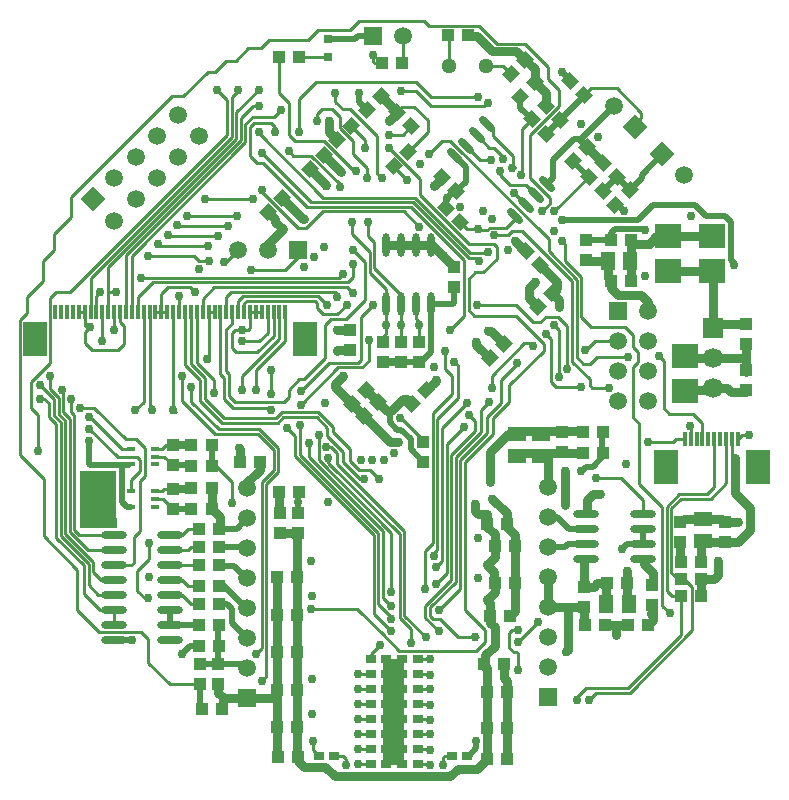
<source format=gbr>
%FSDAX24Y24*%
%MOIN*%
%SFA1B1*%

%IPPOS*%
%AMD13*
4,1,4,0.006900,-0.023600,0.023600,-0.006900,-0.006900,0.023600,-0.023600,0.006900,0.006900,-0.023600,0.0*
1,1,0.023600,0.015300,-0.015300*
1,1,0.023600,-0.015300,0.015300*
%
%AMD17*
4,1,4,-0.001300,0.029200,-0.029200,0.001300,0.001300,-0.029200,0.029200,-0.001300,-0.001300,0.029200,0.0*
%
%AMD18*
4,1,4,0.029200,0.001300,0.001300,0.029200,-0.029200,-0.001300,-0.001300,-0.029200,0.029200,0.001300,0.0*
%
%AMD36*
4,1,4,-0.041700,0.000000,0.000000,-0.041700,0.041700,0.000000,0.000000,0.041700,-0.041700,0.000000,0.0*
%
%AMD42*
4,1,4,0.000000,-0.041700,0.041700,0.000000,0.000000,0.041700,-0.041700,0.000000,0.000000,-0.041700,0.0*
%
%ADD10R,0.039400X0.043300*%
%ADD11R,0.043300X0.039400*%
%ADD12R,0.031500X0.031500*%
G04~CAMADD=13~3~0.0~0.0~236.0~669.0~0.0~0.0~0~0.0~0.0~0.0~0.0~0~0.0~0.0~0.0~0.0~0~0.0~0.0~0.0~225.0~540.0~540.0*
%ADD13D13*%
%ADD14O,0.023600X0.078700*%
%ADD15O,0.086600X0.023600*%
%ADD16R,0.027600X0.015700*%
G04~CAMADD=17~9~0.0~0.0~394.0~433.0~0.0~0.0~0~0.0~0.0~0.0~0.0~0~0.0~0.0~0.0~0.0~0~0.0~0.0~0.0~45.0~584.0~583.0*
%ADD17D17*%
G04~CAMADD=18~9~0.0~0.0~394.0~433.0~0.0~0.0~0~0.0~0.0~0.0~0.0~0~0.0~0.0~0.0~0.0~0~0.0~0.0~0.0~315.0~584.0~583.0*
%ADD18D18*%
%ADD19R,0.035400X0.027600*%
%ADD20R,0.059100X0.059100*%
%ADD21C,0.059100*%
%ADD22R,0.011800X0.049200*%
%ADD23R,0.013800X0.049200*%
%ADD24R,0.086600X0.078700*%
%ADD25R,0.051200X0.059100*%
%ADD26R,0.059100X0.051200*%
%ADD27C,0.010000*%
%ADD28C,0.030000*%
%ADD29C,0.020000*%
%ADD30R,0.078700X0.118100*%
%ADD31R,0.051400X0.353600*%
%ADD32R,0.121000X0.075000*%
%ADD33R,0.121000X0.130000*%
%ADD34R,0.122000X0.038000*%
%ADD35C,0.059100*%
G04~CAMADD=36~10~0.0~590.4~0.0~0.0~0.0~0.0~0~0.0~0.0~0.0~0.0~0~0.0~0.0~0.0~0.0~0~0.0~0.0~0.0~135.0~590.4~0.0*
%ADD36D36*%
%ADD37C,0.051200*%
%ADD38R,0.059100X0.059100*%
%ADD39R,0.059100X0.059100*%
%ADD40R,0.066900X0.066900*%
%ADD41C,0.066900*%
G04~CAMADD=42~10~0.0~590.4~0.0~0.0~0.0~0.0~0~0.0~0.0~0.0~0.0~0~0.0~0.0~0.0~0.0~0~0.0~0.0~0.0~225.0~590.4~0.0*
%ADD42D42*%
%ADD43C,0.030000*%
%LNde-020717_copper_signal_top-1*%
%LPD*%
G54D10*
X019450Y018435D03*
Y017765D03*
X019400Y006200D03*
Y006869D03*
X009250Y008665D03*
Y009335D03*
X013900Y015035D03*
Y014365D03*
X021650Y006935D03*
Y006265D03*
X006600Y004300D03*
Y003631D03*
X012700Y014365D03*
Y015035D03*
X013300Y014365D03*
Y015035D03*
X024800Y014105D03*
Y013435D03*
Y014965D03*
Y015635D03*
X015070Y017545D03*
Y016875D03*
X024100Y009028D03*
Y008359D03*
X022600Y009028D03*
Y008359D03*
X005690Y010145D03*
Y009475D03*
X007200Y003631D03*
Y004300D03*
X005690Y011595D03*
Y010925D03*
X014040Y011045D03*
Y011715D03*
X009850Y009335D03*
Y008665D03*
X011600Y015435D03*
Y014765D03*
X018650Y011365D03*
Y012035D03*
G54D11*
X023280Y007722D03*
X022610D03*
X020035Y012050D03*
X019365D03*
X020855Y005610D03*
X021525D03*
X006975Y010160D03*
X006305D03*
Y009460D03*
X006975D03*
X006565Y004900D03*
X007235D03*
X007215Y005600D03*
X006545D03*
X007235Y006300D03*
X006565D03*
X007235Y006900D03*
X006565D03*
X006975Y011610D03*
X006305D03*
X007235Y007600D03*
X006565D03*
X007235Y008200D03*
X006565D03*
X007235Y008800D03*
X006565D03*
X009215Y024550D03*
X009885D03*
X006305Y010910D03*
X006975D03*
X013335Y024350D03*
X012665D03*
X023305Y006560D03*
X022635D03*
X023305Y007140D03*
X022635D03*
X020963Y018454D03*
X020294D03*
X020963Y017060D03*
X020294D03*
X020085Y005600D03*
X019415D03*
X020835Y007000D03*
X020165D03*
X007335Y002800D03*
X006665D03*
X007915Y011050D03*
X008585D03*
X015525Y025260D03*
X014855D03*
X009185Y001220D03*
X009855D03*
X009165Y002200D03*
X009835D03*
X009165Y003450D03*
X009835D03*
X009165Y004700D03*
X009835D03*
X009165Y005950D03*
X009835D03*
X009165Y007200D03*
X009835D03*
X016835Y008974D03*
X016165D03*
X017085Y008250D03*
X016415D03*
X017085Y007000D03*
X016415D03*
X019365Y011350D03*
X020035D03*
X016935Y005920D03*
X016265D03*
X016735Y004300D03*
X016065D03*
X016835Y003379D03*
X016165D03*
X016835Y002164D03*
X016165D03*
X016835Y001150D03*
X016165D03*
X009885Y010050D03*
X009215D03*
G54D12*
X010850Y025145D03*
Y024555D03*
G54D13*
X017093Y019243D03*
X017446Y019596D03*
X017800Y019950D03*
X018154Y020304D03*
X015102Y021233D03*
X015456Y021587D03*
X015810Y021940D03*
X016163Y022294D03*
G54D14*
X012791Y016316D03*
X013291D03*
X013791D03*
X014291D03*
X012791Y018284D03*
X013291D03*
X013791D03*
X014291D03*
G54D15*
X019460Y009300D03*
Y008800D03*
Y008300D03*
Y007800D03*
X021350Y009300D03*
Y008800D03*
Y008300D03*
Y007800D03*
X005600Y005100D03*
Y005600D03*
Y006100D03*
Y006600D03*
Y007100D03*
Y007600D03*
Y008100D03*
Y008600D03*
X003710Y005100D03*
Y005600D03*
Y006100D03*
Y006600D03*
Y007100D03*
Y007600D03*
Y008100D03*
Y008600D03*
G54D16*
X005094Y009554D03*
Y009810D03*
Y010066D03*
X004286D03*
Y009554D03*
X005094Y010964D03*
Y011220D03*
Y011476D03*
X004286D03*
Y010964D03*
G54D17*
X018120Y021991D03*
X017647Y022464D03*
X019387Y023263D03*
X018913Y023737D03*
X020029Y020082D03*
X019556Y020555D03*
X013163Y022707D03*
X013637Y022233D03*
X015137Y020063D03*
X014663Y020537D03*
X018107Y022924D03*
X018580Y022450D03*
X020016Y021014D03*
X020489Y020541D03*
X017937Y017613D03*
X017463Y018087D03*
X015267Y019033D03*
X014793Y019507D03*
G54D18*
X020440Y019622D03*
X020913Y020095D03*
X011163Y021763D03*
X011637Y022237D03*
X017747Y023697D03*
X017273Y023223D03*
X019487Y021537D03*
X019013Y021063D03*
X017437Y024437D03*
X016963Y023963D03*
X016737Y014967D03*
X016263Y014493D03*
X013663Y012963D03*
X014137Y013437D03*
X012537Y013037D03*
X012063Y012563D03*
X012117Y013457D03*
X011643Y012983D03*
X018323Y016673D03*
X017850Y016200D03*
X012163Y022763D03*
X012637Y023237D03*
X010263Y020813D03*
X010737Y021287D03*
X008863Y019363D03*
X009337Y019837D03*
X013043Y020903D03*
X013517Y021377D03*
G54D19*
X012278Y004480D03*
X012790D03*
X013846D03*
X013334D03*
X012278Y003960D03*
X012790D03*
X012278Y003460D03*
X012790D03*
X012278Y002960D03*
X012790D03*
X012278Y002460D03*
X012790D03*
X012278Y001960D03*
X012790D03*
X012278Y001460D03*
X012790D03*
X012278Y000960D03*
X012790D03*
X011056Y001250D03*
X010544D03*
X014994D03*
X015506D03*
X013846Y000960D03*
X013334D03*
X013846Y001460D03*
X013334D03*
X013846Y001960D03*
X013334D03*
X013846Y002460D03*
X013334D03*
X013846Y002960D03*
X013334D03*
X013846Y003460D03*
X013334D03*
X013846Y003960D03*
X013334D03*
G54D20*
X009850Y018100D03*
G54D21*
X008850Y018100D03*
X007850D03*
G54D22*
X009437Y016050D03*
X009240D03*
X009043D03*
X008847D03*
X008650D03*
X008453D03*
X008256D03*
X008059D03*
X007862D03*
X007666D03*
X007469D03*
X007272D03*
X007075D03*
X006878D03*
X006681D03*
X006484D03*
X006288D03*
X006091D03*
X005894D03*
X005697D03*
X005500D03*
X005303D03*
X005106D03*
X004910D03*
X004713D03*
X004516D03*
X004319D03*
X004122D03*
X003925D03*
X003729D03*
X003532D03*
X003335D03*
X003138D03*
X002941D03*
X002744D03*
X002547D03*
X002351D03*
X002154D03*
X001957D03*
X001760D03*
G54D23*
X022748Y011800D03*
X022945D03*
X023142D03*
X023339D03*
X023536D03*
X023733D03*
X023929D03*
X024126D03*
X024323D03*
X024530D03*
G54D24*
X022750Y013409D03*
Y014591D03*
X023650Y017409D03*
Y018591D03*
X022200Y017409D03*
Y018591D03*
G54D25*
X020176Y017750D03*
X020924D03*
X020126Y006300D03*
X020874D03*
G54D26*
X023345Y008398D03*
Y009146D03*
X017950Y011226D03*
Y011974D03*
X017150Y011226D03*
Y011974D03*
G54D27*
X022988Y005426D02*
Y006862D01*
X020912Y003350D02*
X022988Y005426D01*
X015407Y006113D02*
X016090Y005430D01*
Y005040D02*
Y005430D01*
X015803Y004753D02*
X016090Y005040D01*
X015407Y006113D02*
Y011045D01*
X013233Y004753D02*
X015803D01*
X006860Y024050D02*
X007090D01*
X006040Y023230D02*
X006860Y024050D01*
X005660Y023230D02*
X006040D01*
X016500Y024990D02*
X017410D01*
X015900Y025590D02*
X016500Y024990D01*
X004630Y017170D02*
X004650Y017190D01*
X018650Y018400D02*
X018750Y018300D01*
X009750Y011253D02*
X012380Y008623D01*
X009750Y011253D02*
Y011920D01*
X012380Y005970D02*
Y008623D01*
X009929Y011286D02*
Y012285D01*
Y011286D02*
X012530Y008685D01*
X010210Y011217D02*
Y011690D01*
Y011217D02*
X012680Y008747D01*
X010543Y011097D02*
Y011950D01*
Y011097D02*
X012950Y008689D01*
Y006700D02*
Y008689D01*
X012680Y006520D02*
Y008747D01*
X012530Y006306D02*
Y008685D01*
X007090Y011990D02*
X008508D01*
X006000Y013080D02*
X007090Y011990D01*
X006000Y013080D02*
Y013907D01*
X007210Y012140D02*
X008570D01*
X006300Y013050D02*
X007210Y012140D01*
X006300Y013050D02*
Y013550D01*
X007110Y010910D02*
X007660Y010360D01*
X006975Y010910D02*
X007110D01*
X007660Y009670D02*
Y010360D01*
X014230Y021310D02*
Y021320D01*
X014650Y021740*
X014940*
X018210Y018470*
X015850Y018800D02*
X015860Y018790D01*
X016180*
X016240Y018850*
X016800*
X017124Y019174*
X013300Y012500D02*
X014050Y011750D01*
X009100Y022050D02*
Y022200D01*
X007650Y023200D02*
X007930Y023480D01*
X015760Y017360D02*
X016040D01*
X015900Y017750D02*
Y017826D01*
X012800Y015600D02*
Y016307D01*
Y015300D02*
Y015600D01*
X012700Y015200D02*
X012800Y015300D01*
X006878Y014422D02*
Y016050D01*
X012700Y015035D02*
Y015200D01*
X013900Y015600D02*
D01*
Y015035D02*
Y015600D01*
Y015700D01*
X013791Y015809D02*
X013900Y015700D01*
X013791Y015809D02*
Y016316D01*
X005690Y012720D02*
X005790D01*
X017600Y015000D02*
X017700Y014900D01*
X017124Y019174D02*
X017165D01*
X011530Y017040D02*
X011700Y017210D01*
X015200Y013165D02*
Y014260D01*
X014750Y014150D02*
X015000Y013900D01*
Y013312D02*
Y013900D01*
X014750Y014150D02*
Y014740D01*
X015070Y014390D02*
X015200Y014260D01*
X014230Y002960D02*
X014250Y002940D01*
X011870Y003960D02*
X012308D01*
X013816Y000960D02*
X014240D01*
X013816Y001460D02*
X014240D01*
X013816Y001960D02*
X014250D01*
X013816Y002460D02*
X014240D01*
X013816Y002960D02*
X014230D01*
X013816Y003460D02*
X014250D01*
X013816Y003960D02*
X014240D01*
Y004480D02*
X014250Y004470D01*
X013806Y004480D02*
X014240D01*
X011870Y000960D02*
X012308D01*
X011870Y001460D02*
X012308D01*
X011870Y001960D02*
X012308D01*
X011870Y002460D02*
X012308D01*
X011870Y002960D02*
X012308D01*
X011870Y003460D02*
X012308D01*
X010500Y016165D02*
Y016350D01*
Y016165D02*
X010683Y015983D01*
X010430Y016420D02*
X010500Y016350D01*
X010530Y016570D02*
X010810Y016290D01*
X004430Y012760D02*
X004713Y013043D01*
Y016050*
X004910Y012950D02*
Y016050D01*
Y012950D02*
X004990Y012870D01*
Y012760D02*
Y012870D01*
X008059Y016050D02*
Y016329D01*
X007862Y016050D02*
Y016392D01*
X007469Y016050D02*
Y016549D01*
X004516Y016050D02*
Y016546D01*
X011688Y016670D02*
X011700D01*
X010683Y015983D02*
X011173D01*
X008256Y015506D02*
Y016050D01*
X008453*
X008650*
X006878D02*
X007075D01*
X005106D02*
X005303D01*
X005500*
X005890Y016054D02*
X005894Y016050D01*
X005890Y016054D02*
Y016560D01*
X006681Y016050D02*
Y016491D01*
X005303Y016050D02*
Y016633D01*
X005537Y016867*
X002547Y016050D02*
X002744D01*
X003729Y015450D02*
Y016050D01*
X003335Y015090D02*
Y016050D01*
X003925Y015715D02*
Y016050D01*
Y015715D02*
X004070Y015570D01*
X002744Y015016D02*
X002990Y014770D01*
X013300Y015035D02*
Y015600D01*
X013291Y015609D02*
Y016316D01*
X009885Y024550D02*
X010845D01*
X010850Y024555*
X014890Y024250D02*
Y025276D01*
X005600Y008600D02*
X006000D01*
X006200Y008800*
X006565*
X006300Y008200D02*
X006565D01*
X006200Y008100D02*
X006300Y008200D01*
X005600Y008100D02*
X006200D01*
X005600Y007600D02*
X006565D01*
X005600Y007100D02*
X006000D01*
X006200Y006900*
X006565*
X005600Y006600D02*
X006000D01*
X006300Y006300*
X006565*
X007200Y005565D02*
X007235Y005600D01*
X017110Y019933D02*
X017446Y019596D01*
X015456Y021587D02*
X015923Y021120D01*
X016280*
X017413Y018087D02*
X017463D01*
X012650Y024335D02*
X012665Y024350D01*
X013250Y012500D02*
X013300D01*
X011637Y022237D02*
X012100Y021773D01*
Y021500D02*
Y021773D01*
X005094Y009810D02*
X005355D01*
X005690Y009475*
X005094Y010066D02*
X005316D01*
X005400Y010150*
X005685*
X005690Y010145*
X005094Y011220D02*
X005395D01*
X005690Y010925*
X005094Y011476D02*
X005326D01*
X005450Y011600*
X005695D02*
X005705Y011610D01*
X005450Y011600D02*
X005695D01*
X007469Y016549D02*
X007640Y016720D01*
X005537Y016867D02*
X006253D01*
X006410Y016710*
X008059Y016329D02*
X008150Y016420D01*
X010430*
X007862Y016392D02*
X008040Y016570D01*
X010530*
X010750Y014500D02*
Y015600D01*
X010950Y015800*
X011450*
X014460Y006980D02*
X014807Y007327D01*
X014550Y006100D02*
X015257Y006807D01*
X014450Y007550D02*
X014650Y007750D01*
X012278Y004480D02*
Y004628D01*
X012600Y004950*
X009373Y012543D02*
X009831D01*
X009893Y012693D02*
D01*
X009310D02*
X009893D01*
X012950Y005800D02*
Y005886D01*
X009480Y012190D02*
X009750Y011920D01*
X015810Y021940D02*
X016240Y021510D01*
X016390*
X017110Y019933D02*
X017140Y019963D01*
X017093Y020010D02*
X017140Y019963D01*
X017060Y020010D02*
X017093D01*
X016600Y020600D02*
X016920Y020280D01*
X016617Y013767D02*
X017160Y014310D01*
Y014340*
X016310Y013500D02*
Y013910D01*
X017000Y005450D02*
X017200D01*
X016900Y005350D02*
X017000Y005450D01*
X016900Y004850D02*
Y005350D01*
Y004850D02*
X017050Y004700D01*
X017150*
X017200Y004650*
Y004100D02*
Y004650D01*
Y005050D02*
X017850Y005700D01*
X018300Y013700D02*
X018450Y013550D01*
X016600Y020600D02*
Y020750D01*
X016390Y021510D02*
X016700Y021200D01*
Y021150D02*
Y021200D01*
X016163Y022294D02*
X016350Y022107D01*
X016110Y024250D02*
X016677D01*
X016963Y023963*
X010300Y006150D02*
X011836D01*
X011936Y006050*
X012693Y005293*
X016050Y022900D02*
X016150Y023000D01*
X016200*
X007400Y017700D02*
X007450D01*
X007850Y018100*
X005800Y018900D02*
X005810Y018910D01*
X005250Y018250D02*
X006850D01*
X005500Y018600D02*
X005520Y018580D01*
X007180*
X006150Y019250D02*
X006160Y019240D01*
X007840*
X006750Y019800D02*
X008350D01*
X005810Y018910D02*
X007510D01*
X003250Y006100D02*
X003710D01*
X003200Y006600D02*
X003710D01*
X003300Y007100D02*
X003710D01*
X002725Y006625D02*
X003250Y006100D01*
X002875Y006925D02*
X003200Y006600D01*
X003025Y007375D02*
X003300Y007100D01*
X004122Y016050D02*
Y017934D01*
X009280Y022780D02*
Y022790D01*
X006550Y017750D02*
X006900D01*
X006400Y017900D02*
X006550Y017750D01*
X004800Y017900D02*
X004850D01*
X006400*
X003710Y007600D02*
X004300D01*
X003226Y016700D02*
X003250D01*
X003138Y016050D02*
Y016588D01*
X003250Y016700*
X001600Y014350D02*
Y016500D01*
X002300Y012700D02*
X002400Y012600D01*
X002300Y012700D02*
Y013150D01*
X001600Y013462D02*
Y013900D01*
X001250Y013150D02*
X001400D01*
X001250Y013600D02*
X001725Y013125D01*
X001600Y013462D02*
X001875Y013187D01*
X002000Y013450D02*
X002025Y013425D01*
Y012711D02*
X002250Y012486D01*
X002025Y012711D02*
Y013425D01*
X001875Y012649D02*
Y013187D01*
Y012649D02*
X002100Y012424D01*
X001725Y012587D02*
X001950Y012362D01*
X001725Y012587D02*
Y013125D01*
X001400Y013150D02*
X001550Y013000D01*
Y012550D02*
X001800Y012300D01*
X001550Y012550D02*
Y013000D01*
X000950Y013700D02*
X001600Y014350D01*
Y016500D02*
X001800Y016700D01*
X003710Y005600D02*
Y006100D01*
X001200Y011400D02*
Y012600D01*
X000950Y012850D02*
Y013700D01*
Y012850D02*
X001200Y012600D01*
X004286Y010066D02*
Y010436D01*
X004600Y010750*
Y011100*
X004500Y011200D02*
X004600Y011100D01*
X003986Y011476D02*
X004286D01*
X002900Y012562D02*
Y012600D01*
Y012562D02*
X003986Y011476D01*
X002900Y012150D02*
X003850Y011200D01*
X004500*
X013640Y005010D02*
Y005460D01*
X014110Y005200D02*
Y005202D01*
X014100Y006256D02*
X014957Y007113D01*
X014250Y006194D02*
X015107Y007051D01*
X014100Y005854D02*
Y006256D01*
Y005854D02*
X014557Y005397D01*
X014250Y005916D02*
Y006194D01*
Y005916D02*
X014366Y005800D01*
X014600*
X015200Y005200*
X015850*
X017310Y022127D02*
X017647Y022464D01*
X018401Y019400D02*
X019556Y020555D01*
X016350Y021900D02*
Y022107D01*
X017020Y020930D02*
Y021230D01*
X016350Y021900D02*
X017020Y021230D01*
X016920Y020280D02*
X017470D01*
X017020Y020930D02*
X017100Y020850D01*
X017470Y020280D02*
X017800Y019950D01*
X017300Y020600D02*
X017310Y020610D01*
Y022127*
X018400Y019400D02*
X018401D01*
X011250Y020200D02*
Y020300D01*
X011950Y015880D02*
X012360Y016290D01*
X009950Y013400D02*
X010900Y014350D01*
X009950Y012950D02*
X011200Y014200D01*
X012000*
X012220Y014420*
X010900Y014350D02*
X011860D01*
X011950Y014440*
Y015880*
X018110Y015320D02*
X018300Y015130D01*
Y013700D02*
Y015130D01*
X016310Y013910D02*
X017400Y015000D01*
X017600*
X017940Y015700D02*
X018120Y015880D01*
X018540*
X018830Y015590*
X017690Y015700D02*
X017940D01*
X013400Y005912D02*
X014110Y005202D01*
X013250Y005850D02*
X013640Y005460D01*
X014807Y011637D02*
X015380Y012210D01*
X014650Y012180D02*
X015490Y013020D01*
X014500Y012465D02*
X015200Y013165D01*
X014350Y012662D02*
X015000Y013312D01*
X015257Y006807D02*
Y011107D01*
X015107Y007051D02*
Y011197D01*
X014957Y007113D02*
Y011287D01*
X014807Y007327D02*
Y011637D01*
X014650Y007750D02*
Y012180D01*
X014390Y007920D02*
Y008010D01*
X014500Y008120*
Y012465*
X024530Y011800D02*
X024665Y011935D01*
X024895*
X024323Y011247D02*
X024410Y011160D01*
X024323Y011247D02*
Y011800D01*
X022460D02*
X022748D01*
X022370Y011710D02*
X022460Y011800D01*
X021540Y011710D02*
X022370D01*
X022620Y009820D02*
X023620D01*
X024126Y010326*
Y011800*
X022558Y009970D02*
X023500D01*
X023733Y010203*
Y011800*
X007640Y016720D02*
X011080D01*
X011150Y016650*
X008300Y017450D02*
X009440D01*
X009850Y017860*
Y018100*
X002930Y015550D02*
X002940Y015540D01*
X003542Y016700D02*
X003780D01*
X003532Y016690D02*
X003542Y016700D01*
X003532Y016050D02*
Y016690D01*
X002990Y014770D02*
X003850D01*
X004070Y014990*
Y015570*
X001800Y008520D02*
Y012300D01*
Y008520D02*
X002725Y007595D01*
Y006625D02*
Y007595D01*
X001950Y008582D02*
Y012362D01*
Y008582D02*
X002875Y007657D01*
X002100Y008644D02*
Y012424D01*
Y008644D02*
X003025Y007719D01*
X002856Y008100D02*
X003710D01*
X002250Y008706D02*
X002856Y008100D01*
X002250Y008706D02*
Y012486D01*
X002400Y008769D02*
X002569Y008600D01*
X003710*
X002400Y008769D02*
Y012600D01*
X002875Y006925D02*
Y007657D01*
X003025Y007375D02*
Y007719D01*
X003133Y009083D02*
D01*
X003120Y009530D02*
X003133Y009517D01*
X002600Y012850D02*
X003070D01*
X004120Y011800*
X004470*
X004760Y011510*
X004300Y007600D02*
X004390Y007690D01*
Y008530*
X009550Y021400D02*
X009700Y021250D01*
X010300*
X011250Y020300*
X011729Y020750D02*
X011800D01*
X022294Y009494D02*
X022620Y009820D01*
X022144Y009556D02*
X022558Y009970D01*
X022294Y007356D02*
Y009494D01*
Y007356D02*
X022510Y007140D01*
X022635*
X018750Y017750D02*
Y018300D01*
X016400Y018600D02*
X016850D01*
X017000Y018750*
X018450Y013550D02*
X019300D01*
X019760Y015060D02*
X020530D01*
X008650Y020050D02*
X009850Y018850D01*
X008650Y020050D02*
Y020100D01*
X013350Y024365D02*
Y025250D01*
X013335Y024350D02*
X013350Y024365D01*
X012400Y024350D02*
X012665D01*
X012350Y024400D02*
X012400Y024350D01*
X008250Y021250D02*
X008500Y021000D01*
X008550Y022000D02*
Y022050D01*
Y022100*
X008950Y022350D02*
X009100Y022200D01*
X007130Y023450D02*
X007150D01*
X007500Y023100*
X007800Y022700D02*
X008550Y023450D01*
Y023510*
X007950Y022500D02*
X008350Y022900D01*
X008550*
X008250Y021250D02*
Y022200D01*
X008400Y022350*
X008950*
X008100Y022300D02*
X008350Y022550D01*
X009050*
X009280Y022780*
X014957Y011287D02*
X015750Y012080D01*
X015407Y011045D02*
X016350Y011988D01*
X015750Y012080D02*
Y012400D01*
X015550Y012600D02*
X015750Y012400D01*
X015107Y011197D02*
X015950Y012040D01*
Y012760*
X016230Y013040*
X015257Y011107D02*
X016150Y012000D01*
X018250Y019650D02*
Y019850D01*
X018000Y019400D02*
X018250Y019650D01*
X017410Y024990D02*
X018200Y024200D01*
X021100Y022300D02*
X021300Y022500D01*
X021100Y022200D02*
Y022300D01*
X019387Y023263D02*
X019623Y023500D01*
X011450Y015800D02*
X012100Y016450D01*
X011700Y017210D02*
Y017640D01*
Y017750*
Y018100D02*
X012100Y017700D01*
Y016450D02*
Y017700D01*
X012791Y016316D02*
Y016809D01*
X012250Y017350D02*
X012791Y016809D01*
X013291Y016316D02*
Y016609D01*
X012400Y017500D02*
X013291Y016609D01*
X012200Y018562D02*
X012400Y018362D01*
Y017500D02*
Y018362D01*
X012250Y017350D02*
Y018050D01*
X008550Y022000D02*
X010700Y019850D01*
X008650Y021350D02*
X010300Y019700D01*
X011650Y018650D02*
X012250Y018050D01*
X011650Y018650D02*
Y019050D01*
X012200Y018562D02*
Y019050D01*
X012150Y020500D02*
Y020850D01*
X011700Y021300D02*
X012150Y020850D01*
X011700Y021300D02*
Y021726D01*
X011244Y022181D02*
X011700Y021726D01*
X011600Y022800D02*
X012500Y021900D01*
X011350Y022800D02*
X011600D01*
X009215Y023335D02*
Y024550D01*
Y023335D02*
X009550Y023000D01*
X010729Y021750D02*
X011729Y020750D01*
X009550Y021950D02*
Y023000D01*
X011100Y023050D02*
X011350Y022800D01*
X011100Y023050D02*
Y023350D01*
X009550Y021950D02*
X009750Y021750D01*
X010729*
X009900Y022050D02*
Y023150D01*
X010500Y022650D02*
X010650Y022800D01*
X010500Y022400D02*
Y022650D01*
X010650Y022800D02*
X011000D01*
X011244Y022556*
Y022181D02*
Y022556D01*
X012350Y024400D02*
Y024600D01*
X009900Y023150D02*
X010450Y023700D01*
X008500Y021000D02*
X008700D01*
X010150Y019550*
X009180Y012350D02*
X009373Y012543D01*
X009118Y012500D02*
X009310Y012693D01*
X006835Y014465D02*
X006878Y014422D01*
X005697Y012813D02*
X005790Y012720D01*
X005697Y012813D02*
Y016050D01*
X008650Y003750D02*
X008800Y003900D01*
X008450Y004650D02*
X008650Y004850D01*
Y010362*
X008800Y003900D02*
Y010300D01*
X022144Y006756D02*
Y009556D01*
Y006756D02*
X022340Y006560D01*
X022635*
X014700Y000950D02*
Y001200D01*
X014750Y001250*
X014994*
X011056D02*
X011350D01*
X011450Y001150*
Y000950D02*
Y001150D01*
X010350Y001444D02*
X010544Y001250D01*
X010350Y001444D02*
Y001750D01*
X021994Y006256D02*
Y009527D01*
Y006256D02*
X022250Y006000D01*
X022635Y005285D02*
Y006560D01*
X019150Y003100D02*
Y003200D01*
X019450Y003500*
X020850*
X022635Y005285*
X019550Y003100D02*
X019800Y003350D01*
X020912*
X022710Y007140D02*
X022988Y006862D01*
X022635Y007140D02*
X022710D01*
X008847Y015347D02*
Y016050D01*
X010050Y013800D02*
X010750Y014500D01*
X008200Y015450D02*
X008256Y015506D01*
X008000Y015450D02*
X008200D01*
X008000Y015060D02*
X008560D01*
X008847Y015347*
X007272Y013978D02*
Y016050D01*
X009557Y013457D02*
X009900Y013800D01*
X010050*
X009557Y013207D02*
Y013457D01*
X009387Y013037D02*
X009557Y013207D01*
X007386Y012500D02*
X009118D01*
X007324Y012350D02*
X009180D01*
X008800Y010300D02*
X009200Y010700D01*
X008650Y010362D02*
X009050Y010762D01*
X008950Y013300D02*
Y013980D01*
Y014150*
X009240Y015140D02*
Y016050D01*
X008000Y013900D02*
X009240Y015140D01*
X008000Y013500D02*
Y013900D01*
X008450Y013450D02*
Y014100D01*
X009437Y015087*
Y016050*
X008880Y012850D02*
X008950Y012780D01*
X007763Y013037D02*
X009387D01*
X007700Y012850D02*
X008880D01*
X004390Y008530D02*
X004600Y008740D01*
Y010400*
X004760Y010560*
Y011510*
X004900Y007800D02*
Y008350D01*
X004500Y007400D02*
X004900Y007800D01*
X004500Y006750D02*
Y007400D01*
Y006750D02*
X004750Y006500D01*
X004850*
X007450Y014079D02*
Y015450D01*
X007666Y015666*
Y016050*
X007550Y013250D02*
X007763Y013037D01*
X007550Y013250D02*
Y013979D01*
X007450Y014079D02*
X007550Y013979D01*
X007400Y013150D02*
X007700Y012850D01*
X007400Y013150D02*
Y013850D01*
X007272Y013978D02*
X007400Y013850D01*
X009043Y015243D02*
Y016050D01*
X008500Y014700D02*
X009043Y015243D01*
X007800Y014700D02*
X008500D01*
X007650Y014850D02*
X007800Y014700D01*
X007650Y014850D02*
Y015350D01*
X007750Y015450*
X008000*
X002744Y015016D02*
Y015364D01*
X002930Y015550*
X002744Y015606D02*
Y016050D01*
Y015606D02*
X002800Y015550D01*
X002930*
X016150Y012000D02*
Y012550D01*
X016617Y013017*
Y013767*
X016350Y011988D02*
Y012500D01*
X016900Y013050*
Y013600*
X018050Y014750*
Y014990*
X015810Y016280D02*
X017110D01*
X017690Y015700*
X016040Y017360D02*
X016500Y017820D01*
Y018200*
X015550Y016100D02*
Y017150D01*
X015760Y017360*
X009850Y018850D02*
X010140D01*
X010690Y019400*
X019670Y013520D02*
X020220D01*
X019590Y013600D02*
X019670Y013520D01*
X020750Y015550D02*
X021030Y015270D01*
X021220Y010301D02*
X021994Y009527D01*
X021220Y010301D02*
Y012330D01*
X021030Y012520D02*
X021220Y012330D01*
X017000Y018750D02*
X017310D01*
X019470Y014770D02*
X019760Y015060D01*
X019420Y014770D02*
X019470D01*
X018400Y015600D02*
X018570Y015430D01*
Y013860D02*
Y015430D01*
X018830Y014140D02*
Y015590D01*
X019000Y014390D02*
Y017060D01*
X019640Y015550D02*
X020750D01*
X019150Y014530D02*
X019360Y014320D01*
X019580*
X019810Y014550*
X020850*
X021030Y014880D02*
Y015270D01*
Y014880D02*
X021200Y014710D01*
Y014390D02*
Y014710D01*
X021030Y014220D02*
X021200Y014390D01*
X021030Y012520D02*
Y014220D01*
X021890Y014560D02*
X022050Y014400D01*
Y012830D02*
Y014400D01*
Y012830D02*
X022230Y012650D01*
X023020*
X023339Y012331*
Y011800D02*
Y012331D01*
X019000Y014390D02*
X019590Y013800D01*
Y013600D02*
Y013800D01*
X018210Y018062D02*
Y018470D01*
X014100Y006800D02*
Y008090D01*
X014350Y008340*
Y012662*
X010870Y011020D02*
Y011183D01*
Y011020D02*
X013250Y008640D01*
Y005850D02*
Y008640D01*
X013400Y005912D02*
Y008750D01*
X012380Y005970D02*
X012950Y005400D01*
X012530Y006306D02*
X012950Y005886D01*
X012680Y006520D02*
X012950Y006250D01*
X012693Y005293D02*
X013233Y004753D01*
X009200Y010700D02*
Y011510D01*
X009050Y010762D02*
Y011448D01*
X006600Y013074D02*
X007324Y012350D01*
X006750Y013136D02*
X007386Y012500D01*
X008570Y012140D02*
X009200Y011510D01*
X008508Y011990D02*
X009050Y011448D01*
X021350Y009300D02*
Y009780D01*
X020610Y010520D02*
X021350Y009780D01*
X019780Y010520D02*
X020610D01*
X009893Y012693D02*
X010537D01*
X009831Y012543D02*
X010475D01*
X011920Y010490D02*
X012070D01*
X011170Y010980D02*
X013400Y008750D01*
X011370Y011040D02*
X011920Y010490D01*
X010475Y012543D02*
X010840Y012178D01*
X010537Y012693D02*
X011010Y012220D01*
X010800Y011550D02*
X010970D01*
X011170Y011350*
Y010980D02*
Y011350D01*
X010840Y011910D02*
Y012178D01*
Y011910D02*
X011370Y011380D01*
Y011040D02*
Y011380D01*
X011010Y012030D02*
Y012220D01*
Y012030D02*
X011580Y011460D01*
Y011080D02*
Y011460D01*
Y011080D02*
X011880Y010780D01*
X012260*
X012550Y010490*
X006091Y014269D02*
Y016050D01*
Y014269D02*
X006600Y013760D01*
Y013074D02*
Y013760D01*
X006288Y014302D02*
Y016050D01*
Y014302D02*
X006750Y013840D01*
Y013136D02*
Y013840D01*
X006484Y014356D02*
Y016050D01*
Y014356D02*
X007050Y013790D01*
Y013350D02*
Y013790D01*
X012220Y014420D02*
Y015110D01*
X014930Y015450D02*
X015400Y015920D01*
X004516Y016546D02*
X005010Y017040D01*
X004650Y017190D02*
X011230D01*
X011360Y017320*
X005010Y017040D02*
X011530D01*
X011488Y016870D02*
X011688Y016670D01*
X006681Y016491D02*
X007060Y016870D01*
X011488*
X015550Y016100D02*
X015730Y015920D01*
X017120*
X018050Y014990*
X022945Y011800D02*
Y012235D01*
X022930Y012250D02*
X022945Y012235D01*
X011173Y015983D02*
X011480Y016290D01*
X011150Y016550D02*
Y016650D01*
X010690Y019400D02*
X013380D01*
X013890Y018890*
X015400Y015920D02*
Y017786D01*
X010150Y019550D02*
X013636D01*
X015400Y017786*
X010300Y019700D02*
X013698D01*
X010700Y019850D02*
X013760D01*
X015598Y018012D02*
X016138D01*
X013698Y019700D02*
X015572Y017826D01*
X015900*
X016393Y018307D02*
X016500Y018200D01*
X015543Y018307D02*
X016393D01*
X013760Y019850D02*
X015598Y018012D01*
X015267Y019033D02*
X015500Y018800D01*
X015850*
X013920Y019930D02*
X015543Y018307D01*
X013920Y019930D02*
Y020480D01*
X012900Y021500D02*
X013920Y020480D01*
X012900Y021950D02*
X013353D01*
X013637Y022233*
X010450Y023700D02*
X013780D01*
X014280Y023200*
X015850*
X013300Y023400D02*
X013800D01*
X014300Y022900*
X016050*
X013337Y022880D02*
X013730D01*
X014180Y022430*
Y022040D02*
Y022430D01*
X013517Y021377D02*
X014180Y022040D01*
X013163Y022707D02*
X013165Y022708D01*
X013337Y022880*
X013043Y020877D02*
Y020903D01*
Y020877D02*
X013480Y020440D01*
X012500Y020650D02*
X012650Y020500D01*
X012500Y020650D02*
Y021900D01*
X002300Y019870D02*
X005660Y023230D01*
X000600Y011260D02*
X001380Y010480D01*
Y008570D02*
Y010480D01*
Y008570D02*
X002500Y007450D01*
X003240Y005360D02*
X004640D01*
X004870Y005130*
Y004341D02*
Y005130D01*
Y004341D02*
X005580Y003631D01*
X006600*
X002500Y006100D02*
Y007450D01*
Y006100D02*
X003240Y005360D01*
X019623Y023500D02*
X020480D01*
X021300Y022680*
Y022500D02*
Y022680D01*
X011590Y025450D02*
X011890Y025750D01*
X014050*
X007090Y024050D02*
X007460Y024420D01*
X007780*
X008200Y024840*
X008630*
X008900Y025110*
X010180*
X010520Y025450*
X011590*
X017600Y020500D02*
X018250Y019850D01*
X017600Y020500D02*
Y021940D01*
X018570Y022910*
X018200Y023810D02*
Y024200D01*
Y023810D02*
X018570Y023440D01*
Y022910D02*
Y023440D01*
X014050Y025750D02*
X014210Y025590D01*
X015900*
X001720Y018640D02*
X002300Y019220D01*
Y019870*
X001720Y018110D02*
Y018640D01*
X001350Y017740D02*
X001720Y018110D01*
X001350Y017060D02*
Y017740D01*
X000820Y016530D02*
X001350Y017060D01*
X000600Y011260D02*
Y015790D01*
X000820Y016010*
Y016530*
X004319Y016050D02*
Y017919D01*
X008100Y021700*
Y022300*
X003532Y017556D02*
X007800Y021824D01*
X002941Y017177D02*
X007650Y021886D01*
X007500Y021949D02*
Y023100D01*
X007950Y021762D02*
Y022500D01*
X007800Y021824D02*
Y022700D01*
X007650Y021886D02*
Y023200D01*
X004122Y017934D02*
X007950Y021762D01*
X003532Y016690D02*
Y017556D01*
X002251Y016700D02*
X007500Y021949D01*
X002941Y016050D02*
Y017177D01*
X001800Y016700D02*
X002251D01*
X017310Y018750D02*
X019000Y017060D01*
X019150Y014530D02*
Y017122D01*
X018210Y018062D02*
X019150Y017122D01*
X019300Y015890D02*
X019640Y015550D01*
X018750Y017750D02*
X019300Y017200D01*
Y015890D02*
Y017200D01*
G54D28*
X016265Y005685D02*
X016420Y005530D01*
Y004920D02*
Y005530D01*
X016100Y004600D02*
X016420Y004920D01*
X016100Y004220D02*
Y004600D01*
X011100Y013527D02*
X012063Y012563D01*
X018770Y009610D02*
Y010730D01*
X018850Y004790D02*
Y006200D01*
X018790Y004730D02*
X018850Y004790D01*
X018200Y006200D02*
X018850D01*
X017437Y024437D02*
X017747Y024127D01*
X012063Y012563D02*
D01*
X016835Y008865D02*
Y008974D01*
Y009325*
X016340Y009820D02*
X016835Y009325D01*
X012087Y013487D02*
X012823Y012750D01*
X014330Y018284D02*
X015070Y017545D01*
X012791Y018284D02*
X014330D01*
X016835Y001150D02*
Y002164D01*
X016165D02*
Y003379D01*
X009835Y007200D02*
X009866Y007168D01*
X015750Y009400D02*
Y009650D01*
Y009400D02*
X015850Y009300D01*
X016165*
X016835Y008865D02*
X017085Y008615D01*
Y008250D02*
Y008615D01*
X016400Y007015D02*
X016415Y007000D01*
X016400Y007015D02*
Y007370D01*
X016150Y007620D02*
X016400Y007370D01*
X016150Y007620D02*
X016415Y007885D01*
Y008250*
X016150Y006450D02*
X016265Y006335D01*
Y005920D02*
Y006335D01*
X016150Y006450D02*
X016415Y006715D01*
Y007000*
X016265Y005685D02*
Y005920D01*
X016160Y003820D02*
Y004160D01*
Y003820D02*
X016165Y003815D01*
Y003379D02*
Y003815D01*
Y001650D02*
Y002164D01*
Y001200D02*
Y001650D01*
X009165Y001240D02*
Y002200D01*
X009835Y001240D02*
X009855Y001220D01*
X009165Y004700D02*
Y007200D01*
X009215Y009369D02*
Y010050D01*
Y009369D02*
X009250Y009335D01*
Y008665D02*
X009850D01*
X006975Y009460D02*
Y010160D01*
X017100Y018400D02*
X017413Y018087D01*
X012823Y012750D02*
X012950D01*
X013350Y013150*
X013477*
X013663Y012963*
X009100Y019050D02*
X009350Y018800D01*
X009100Y019050D02*
Y019127D01*
X008863Y019363D02*
X009100Y019127D01*
X010263Y020813D02*
X010800Y020277D01*
X010737Y021287D02*
X011300Y020723D01*
Y020700D02*
Y020723D01*
X010900Y022027D02*
X011163Y021763D01*
X010900Y022027D02*
Y022400D01*
X015800Y014957D02*
X016263Y014493D01*
X015800Y014957D02*
Y015030D01*
X016303Y015400D02*
X016737Y014967D01*
X016200Y015400D02*
X016303D01*
X012063Y012563D02*
X012927Y011700D01*
X013200*
X011100Y013527D02*
Y013650D01*
X011350Y013900*
X014663Y020513D02*
Y020537D01*
X014400Y020250D02*
X014663Y020513D01*
X017550Y016500D02*
X017850Y016200D01*
X017550Y016500D02*
Y016850D01*
X017750Y017050*
X018323Y016673D02*
X018550Y016447D01*
X018323Y016673D02*
X018500Y016850D01*
Y017050*
X017937Y017613D02*
X018500Y017050D01*
X022200Y017409D02*
X023650D01*
X023700Y015500D02*
X023835Y015635D01*
X024800*
X023700Y015500D02*
Y017359D01*
X023650Y017409D02*
X023700Y017359D01*
X023649Y013449D02*
X023700Y013500D01*
X024150*
X023700Y014500D02*
X024800D01*
Y014965*
X022580Y014631D02*
X022711Y014500D01*
X011165Y015435D02*
X011600D01*
X011150Y015450D02*
X011165Y015435D01*
Y014765D02*
X011600D01*
X011150Y014750D02*
X011165Y014765D01*
X016165Y008885D02*
Y009300D01*
Y008885D02*
X016415Y008635D01*
Y008250D02*
Y008635D01*
X007915Y011050D02*
Y011485D01*
X007900Y011500D02*
X007915Y011485D01*
X020294Y016836D02*
X020520Y016610D01*
X020294Y016836D02*
Y017060D01*
X020176Y017178D02*
X020294Y017060D01*
X020176Y017178D02*
Y017750D01*
X019465D02*
X020176D01*
X019450Y017765D02*
X019465Y017750D01*
X020963Y017060D02*
D01*
X019291Y011326D02*
X019315Y011350D01*
X019291Y012074D02*
X019315Y012050D01*
X019400Y005615D02*
Y006200D01*
Y005615D02*
X019415Y005600D01*
X018200Y006200D02*
Y007200D01*
X020845Y005600D02*
X020855Y005610D01*
X020835Y006339D02*
Y007410D01*
Y006339D02*
X020874Y006300D01*
X022600Y009028D02*
X022718Y009146D01*
X023345*
X023982*
X024100Y009028*
X023384Y008359D02*
X024100D01*
X023345Y008398D02*
X023384Y008359D01*
X023280Y008333D02*
X023345Y008398D01*
X023280Y007722D02*
Y008333D01*
X019400Y006869D02*
X019709D01*
X019840Y007000*
X020165*
X020126Y006961D02*
X020165Y007000D01*
X020126Y006300D02*
Y006961D01*
X019400Y006869D02*
Y007660D01*
X021400Y007630D02*
Y007670D01*
X016100Y004220D02*
X016160Y004160D01*
X008850Y018100D02*
Y018300D01*
X009350Y018800*
X006975Y009460D02*
X006990D01*
X007250Y009200*
Y008815D02*
Y009200D01*
X007235Y008800D02*
X007250Y008815D01*
X009835Y001240D02*
Y001750D01*
Y002200*
Y002825*
Y003450*
Y008650D02*
X009850Y008665D01*
X009835Y004700D02*
Y006750D01*
Y007200*
Y008200*
Y008650*
Y003450D02*
Y004700D01*
X007200Y003350D02*
Y003631D01*
Y003350D02*
X007350Y003200D01*
Y002815D02*
Y003200D01*
X007335Y002800D02*
X007350Y002815D01*
X007390Y003160D02*
X008170D01*
X007350Y003200D02*
X007390Y003160D01*
X008170D02*
X009125D01*
X009165Y003200*
Y002200D02*
Y003200D01*
Y003450*
Y004700*
X019487Y021537D02*
X019494D01*
X020016Y021014*
X018107Y022924D02*
Y023337D01*
X017747Y023697D02*
X018107Y023337D01*
X017747Y023697D02*
Y024127D01*
X017133Y024740D02*
X017437Y024437D01*
X018550Y016200D02*
Y016447D01*
X016735Y003845D02*
Y004300D01*
Y003845D02*
X016835Y003745D01*
Y003379D02*
Y003745D01*
Y002164D02*
Y003379D01*
X024100Y008359D02*
X024509D01*
X024410Y010010D02*
Y011160D01*
X024150Y013500D02*
X024285Y013365D01*
X022610Y008349D02*
X022625Y008334D01*
X023305Y006560D02*
Y007140D01*
X023720*
X023860Y007280*
Y007730*
X022600Y007733D02*
Y008359D01*
Y007733D02*
X022610Y007722D01*
X024100Y009028D02*
X024508D01*
X024530Y009050*
X024509Y008359D02*
X024920Y008770D01*
Y009500*
X024410Y010010D02*
X024920Y009500D01*
X018850Y006200D02*
X019400D01*
X016935Y005920D02*
X017100Y006085D01*
Y008300*
X019700Y009990D02*
X019920D01*
X019490Y009780D02*
X019700Y009990D01*
X019490Y009440D02*
Y009780D01*
X018200Y010200D02*
Y011316D01*
X018210Y011326*
X017100D02*
X018210D01*
X019291*
X010023Y019150D02*
X010050D01*
X009337Y019837D02*
X010023Y019150D01*
X008100Y010200D02*
Y010300D01*
X008585Y010785*
Y011050*
X024285Y013365D02*
X024800D01*
Y014035D02*
Y014105D01*
Y014500*
X022711D02*
X023700D01*
X021525Y005610D02*
X021700Y005785D01*
X020520Y016610D02*
X021290D01*
X021530Y016370*
Y016060D02*
Y016370D01*
X021700Y005785D02*
Y006265D01*
Y006935D02*
Y007330D01*
X021400Y007630D02*
X021700Y007330D01*
X023619Y018560D02*
X023650Y018591D01*
X020963Y017060D02*
Y018454D01*
X021800Y018560D02*
X023619D01*
X020963Y018454D02*
X021098Y018320D01*
X021560*
X021800Y018560*
X009855Y001085D02*
Y001220D01*
Y001085D02*
X010070Y000870D01*
X015825Y000810D02*
X016165Y001150D01*
X016115D02*
X016165Y001200D01*
X015190Y000810D02*
X015825D01*
X020460Y005290D02*
Y005590D01*
X020470Y005600*
X020085D02*
X020470D01*
X020845*
X022580Y013449D02*
X023649D01*
X016864Y011974D02*
X017150D01*
X016270Y011380D02*
X016864Y011974D01*
X017100Y012074D02*
X019291D01*
X016270Y010360D02*
Y011380D01*
X014137Y013437D02*
X014450Y013750D01*
Y013760*
X012900Y022400D02*
X013165Y022665D01*
Y022708*
X012637Y023237D02*
X013165Y022708D01*
X010070Y000870D02*
X010770D01*
X011080Y000560*
X014940*
X015190Y000810*
X015535Y025300D02*
X015595Y025240D01*
X015840*
X016340Y024740*
X017133*
G54D29*
X014840Y019830D02*
X015073Y020063D01*
X015137*
X011350Y013900D02*
X011379Y013929D01*
X012823Y012750D02*
X012920Y012653D01*
Y012360D02*
Y012653D01*
Y012360D02*
X013160Y012120D01*
X013300*
X013620Y011800*
Y011465D02*
Y011800D01*
Y011465D02*
X014040Y011045D01*
X015070Y016370D02*
Y016875D01*
X015016Y016316D02*
X015070Y016370D01*
X014291Y016316D02*
X015016D01*
X009850Y009700D02*
Y010015D01*
Y009335D02*
Y009700D01*
X007370Y006930D02*
X008100Y006200D01*
X007730Y007570D02*
X008100Y007200D01*
X008090Y008210D02*
X008100Y008200D01*
X009165Y001240D02*
X009185Y001220D01*
X005705Y011610D02*
X006305D01*
X009850Y010015D02*
X009885Y010050D01*
X005690Y009475D02*
X006290D01*
X005690Y010145D02*
X006290D01*
X005690Y010925D02*
X006290D01*
X006305Y010910*
X006975D02*
Y011610D01*
X005600Y005600D02*
Y006100D01*
Y005600D02*
X006565D01*
X006600Y004300D02*
X007200D01*
X008030D02*
X008170Y004160D01*
X007200Y004300D02*
X008030D01*
X007200D02*
Y005565D01*
X007235Y006300D02*
X007500D01*
X007660Y005670D02*
X008170Y005160D01*
X007660Y005670D02*
Y006140D01*
X007500Y006300D02*
X007660Y006140D01*
X015102Y021233D02*
X015450Y020886D01*
Y020377D02*
Y020886D01*
X015137Y020063D02*
X015450Y020377D01*
X019450Y018435D02*
X020274D01*
X020294Y018454*
X019985Y011350D02*
D01*
X022600Y008359D02*
X022610Y008349D01*
X018200Y009200D02*
X018500D01*
X018900Y008800*
X019460*
X018200Y008200D02*
X018750D01*
X018850Y008300*
X019460*
X021350D02*
Y008800D01*
Y008300D02*
D01*
X007265Y007570D02*
X007730D01*
X007235Y007600D02*
X007265Y007570D01*
X007235Y008200D02*
X008080D01*
X008090Y008210*
X007235Y008800D02*
X007810D01*
X008170Y009160*
X006600Y002865D02*
X006665Y002800D01*
X006600Y002865D02*
Y003631D01*
X017273Y022838D02*
X017647Y022464D01*
X017273Y022838D02*
Y023223D01*
X018120Y021991D02*
X018580Y022450D01*
X018120Y021991D02*
D01*
X019013Y021063D02*
X019522Y020555D01*
X020029Y020082D02*
D01*
X020489Y020541*
X020913Y020117*
Y020095D02*
Y020117D01*
X023100Y019600D02*
X023450Y019250D01*
X018650Y019100D02*
X021200D01*
X021700Y019600*
X023100*
X004159Y009554D02*
X004286D01*
X003999Y009714D02*
X004159Y009554D01*
X002900Y010990D02*
Y011750D01*
Y010990D02*
X002950Y010940D01*
X004210*
X003999Y009714D02*
Y010940D01*
X010850Y025145D02*
X011745D01*
X011850Y025250*
X012350*
X018580Y022450D02*
X018600D01*
X019337Y023187*
X018154Y020304D02*
X018350Y020500D01*
X020913Y020095D02*
X021318Y020500D01*
Y020618*
X022000Y021300*
X019337Y023187D02*
Y023313D01*
X019286Y021800D02*
X020393Y022907D01*
X019223Y021800D02*
X019286D01*
X019223D02*
X019487Y021537D01*
X018350Y020500D02*
Y021100D01*
X019050Y021800*
X019223*
X011900Y023027D02*
X012163Y022763D01*
X011900Y023027D02*
Y023350D01*
X015800Y001500D02*
Y001750D01*
X015550Y001250D02*
X015800Y001500D01*
X015506Y001250D02*
X015550D01*
X012790Y001460D02*
Y001960D01*
Y002460*
Y002960D02*
Y003460D01*
Y003960*
X013304Y000944D02*
Y004460D01*
X012790Y003960D02*
Y004480D01*
X013040Y002690D02*
X013060Y002710D01*
X012790Y002690D02*
X013040D01*
X012790Y002460D02*
Y002690D01*
Y002960*
Y000960D02*
Y001460D01*
X003710Y005100D02*
X004320D01*
X004330Y005110*
X006260Y004900D02*
X006565D01*
X005990Y004630D02*
X006260Y004900D01*
X020810Y008300D02*
X021350D01*
X020660Y008150D02*
X020810Y008300D01*
X020440Y019622D02*
X020508D01*
X020720Y019410*
X018913Y023737D02*
Y023767D01*
X018650Y024030D02*
X018913Y023767D01*
X013900Y014365D02*
X013945D01*
X012700D02*
X013000D01*
X013900*
X013945D02*
X014291Y014711D01*
Y016316*
X020294Y018454D02*
Y018664D01*
X020431Y018801*
X021429*
X021440Y018790*
X020035Y011235D02*
Y011350D01*
X019680Y010880D02*
X020035Y011235D01*
X019460Y010880D02*
X019680D01*
X019985Y011350D02*
Y012050D01*
X019300Y010720D02*
Y010740D01*
Y010720D02*
X019460Y010880D01*
X014793Y019507D02*
Y019783D01*
X014840Y019830*
X023450Y019250D02*
X024100D01*
X024400Y017600D02*
Y017680D01*
X024300Y017780D02*
X024400Y017680D01*
X024300Y017780D02*
Y019050D01*
X024100Y019250D02*
X024300Y019050D01*
G54D30*
X010106Y015139D03*
X001094D03*
X022136Y010889D03*
X025206D03*
G54D31*
X013047Y002712D03*
G54D32*
X003205Y010385D03*
G54D33*
X003205Y009470D03*
G54D34*
X003210Y009010D03*
G54D35*
X006564Y021914D03*
X005857Y022621D03*
Y021207D03*
X005150Y021914D03*
Y020500D03*
X004443Y021207D03*
Y019793D03*
X003736Y020500D03*
Y019086D03*
X013350Y025250D03*
X018200Y010200D03*
Y009200D03*
Y008200D03*
Y007200D03*
Y006200D03*
Y005200D03*
Y004200D03*
X008170Y010160D03*
Y009160D03*
Y008160D03*
Y007160D03*
Y006160D03*
Y005160D03*
Y004160D03*
X020393Y022907D03*
X022707Y020593D03*
X021530Y016060D03*
X020530Y015060D03*
X021530D03*
X020530Y014060D03*
X021530D03*
X020530Y013060D03*
X021530D03*
G54D36*
X003029Y019793D03*
G54D37*
X014890Y024250D03*
X016110D03*
G54D38*
X012350Y025250D03*
G54D39*
X018200Y003200D03*
X008170Y003160D03*
X020530Y016060D03*
G54D40*
X023700Y015500D03*
G54D41*
X023700Y014500D03*
Y013500D03*
G54D42*
X021100Y022200D03*
X022000Y021300D03*
G54D43*
X003113Y009083D03*
X003546D03*
X003113Y009517D03*
X003546D03*
X021430Y017250D03*
X018650Y018400D03*
X018770Y010730D03*
Y009610D03*
X007660Y009670D03*
X017710Y024150D03*
X019860Y021870D03*
X019300Y022320D03*
X016040Y019400D03*
X016310Y019140D03*
X015250Y019530D03*
X014840Y019830D03*
X016340Y009820D03*
X014710Y017900D03*
X009100Y022050D03*
X015850Y018800D03*
X012800Y015600D03*
X016280Y021120D03*
X013900Y015600D03*
X010320Y002640D03*
Y006580D03*
X009850Y009700D03*
X010300Y007750D03*
X009835Y006750D03*
Y008200D03*
X016230Y013040D03*
X014550Y006100D03*
X017700Y014900D03*
X015750Y009650D03*
X018400Y015600D03*
X015869Y007168D03*
X004630Y017170D03*
X015490Y013020D03*
X016310Y013500D03*
X016840Y001640D03*
X016165Y001650D03*
X010870Y011183D03*
X013640Y005010D03*
X014110Y005200D03*
X014557Y005397D03*
X014460Y006980D03*
X015380Y012210D03*
X014750Y014740D03*
X015070Y014390D03*
X011870Y003960D03*
X014250Y004470D03*
Y003950D03*
Y003460D03*
Y002940D03*
Y002450D03*
Y001960D03*
Y001450D03*
Y000950D03*
X011870Y000960D03*
Y001460D03*
Y001960D03*
Y002460D03*
Y002960D03*
Y003460D03*
X012550Y010490D03*
X004430Y012760D03*
X010810Y016290D03*
X005690Y012760D03*
X004990D03*
X011700Y016670D03*
X005890Y016560D03*
X006410Y016710D03*
X003729Y015450D03*
X003335Y015090D03*
X014700Y000950D03*
X016160Y002790D03*
Y003820D03*
X016150Y006450D03*
Y007620D03*
X016845Y002770D03*
X013300Y015600D03*
X007510Y018910D03*
X017100Y018400D03*
X017750Y017050D03*
X013200Y011700D03*
X013250Y012500D03*
X011350Y013900D03*
X010750Y013000D03*
X012950Y012750D03*
X009350Y018800D03*
X010800Y020250D03*
X011300Y020700D03*
X012100Y021500D03*
X012900Y022400D03*
Y021950D03*
X010900Y022400D03*
X007400Y017700D03*
X015800Y015030D03*
X016200Y015400D03*
X014400Y020250D03*
X011150Y015450D03*
Y014750D03*
X012950Y006700D03*
Y006250D03*
X014100Y006800D03*
X014450Y007550D03*
X015850Y008500D03*
X012600Y004950D03*
X007900Y011500D03*
X008950Y012780D03*
X010800Y011550D03*
X010543Y011950D03*
X010210Y011690D03*
X009929Y012285D03*
X009950Y012950D03*
X012950Y005800D03*
X009480Y012190D03*
X009950Y013400D03*
X012950Y005400D03*
X014390Y014210D03*
X014450Y013760D03*
X017060Y020010D03*
X017160Y014340D03*
X017200Y004100D03*
Y005050D03*
Y005450D03*
X017850Y005700D03*
X016600Y020750D03*
X016700Y021150D03*
X012900Y021500D03*
X015750Y005200D03*
X010300Y006150D03*
X016200Y023000D03*
X015850Y023200D03*
X005810Y018927D03*
X005200Y018300D03*
X006850Y018250D03*
X007180Y018580D03*
X005510Y018613D03*
X006160Y019240D03*
X007840D03*
X006750Y019800D03*
X008350D03*
X002300Y013150D03*
X002000Y013450D03*
X001600Y013900D03*
X001250Y013600D03*
X008300Y017450D03*
X004850Y017900D03*
X006900Y017750D03*
X002600Y012850D03*
X003250Y016700D03*
X001250Y013150D03*
X001200Y011400D03*
X002900Y012550D03*
Y012150D03*
Y011750D03*
X009835Y002825D03*
Y001750D03*
X010320Y003810D03*
X009150Y001750D03*
Y004000D03*
Y005300D03*
Y006600D03*
X018000Y019400D03*
X018400D03*
X017300Y020600D03*
X018650Y019100D03*
X018400Y018750D03*
X017000Y020850D03*
X024400Y017600D03*
X022950Y019250D03*
X008650Y021350D03*
X015900Y017750D03*
X011250Y020200D03*
X009550Y021400D03*
X012360Y016290D03*
X018110Y015320D03*
X015810Y016280D03*
X018550Y016200D03*
X014390Y007920D03*
X010870Y009710D03*
X021540Y011710D03*
X024895Y011935D03*
X023860Y007730D03*
X022610Y008020D03*
X024530Y009050D03*
X018800Y004720D03*
X019920Y009990D03*
X011360Y017320D03*
X010740Y018200D03*
X010405Y017875D03*
X010070Y017550D03*
X002940Y015540D03*
X003780Y016700D03*
X004900Y008350D03*
Y007200D03*
X011800Y020750D03*
X010050Y019150D03*
X016400Y018600D03*
X019300Y013550D03*
X008650Y020100D03*
X008550Y022050D03*
X009280Y022790D03*
X008550Y022900D03*
X007150Y023450D03*
X008550D03*
X007850D03*
X015550Y012600D03*
X011700Y017640D03*
Y018100D03*
X011650Y019050D03*
X012200D03*
X012150Y020500D03*
X012650D03*
X011100Y023350D03*
X009900Y022050D03*
X010500Y022400D03*
X012350Y024600D03*
X011900Y023350D03*
X013300Y023400D03*
X006835Y014465D03*
X006000Y013907D03*
X006300Y013550D03*
X008650Y003750D03*
X008450Y004650D03*
X015800Y001750D03*
X010350D03*
X011450Y000950D03*
X022250Y006000D03*
X019150Y003100D03*
X019550D03*
X008000Y015450D03*
Y015060D03*
X007050Y013350D03*
X008950Y013300D03*
Y014100D03*
X008000Y013450D03*
X008450D03*
X004850Y006500D03*
X016850Y018100D03*
X016200Y018050D03*
X020220Y013520D03*
X019420Y014770D03*
X018570Y013860D03*
X018830Y014140D03*
X014230Y021310D03*
X020850Y014550D03*
X021890Y014560D03*
X013040Y001230D03*
X013060Y002710D03*
X013050Y004230D03*
X004330Y005110D03*
X005990Y004630D03*
X005980Y010140D03*
Y011610D03*
X009220Y009710D03*
X020660Y008150D03*
X021640Y005980D03*
X020820Y007410D03*
X019780Y010520D03*
X012070Y010490D03*
X011950Y011120D03*
X012340Y011110D03*
X012740Y011100D03*
X013060Y011340D03*
X013000Y014365D03*
X021570Y018274D03*
X020720Y019410D03*
X018650Y024030D03*
X020460Y005290D03*
X012220Y015110D03*
X014930Y015450D03*
X006550Y017460D03*
X021440Y018790D03*
X016260Y010400D03*
X019300Y010740D03*
X013910Y020960D03*
X020800Y010960D03*
X022930Y012250D03*
X011480Y016290D03*
X011150Y016550D03*
X013890Y018890D03*
X013480Y020440D03*
M02*
</source>
